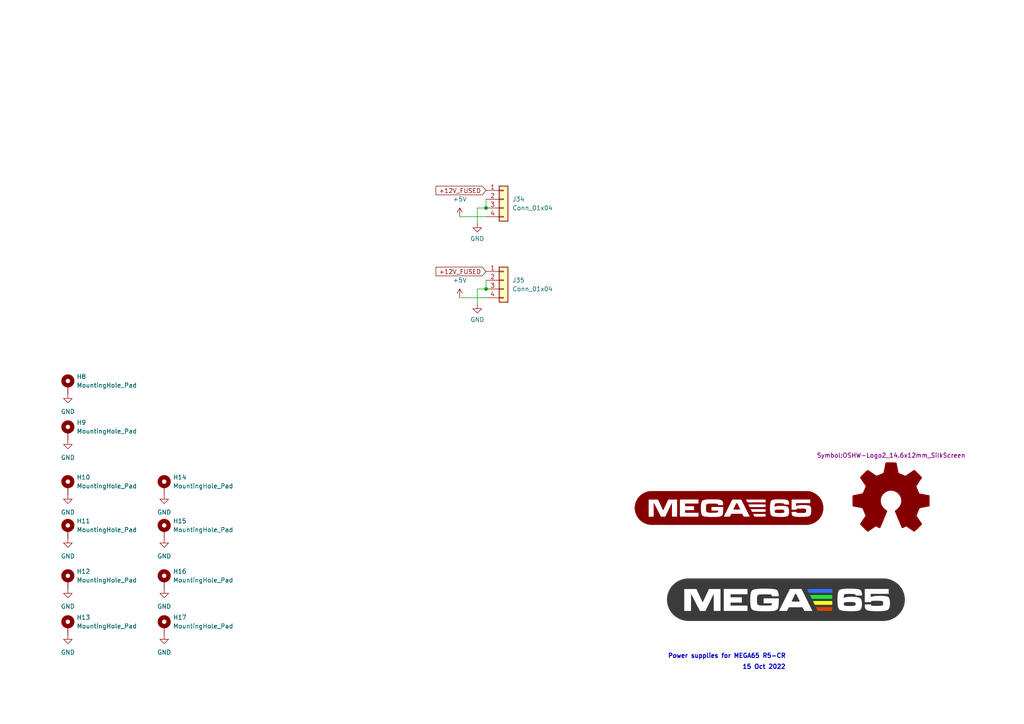
<source format=kicad_sch>
(kicad_sch (version 20211123) (generator eeschema)
  (paper "A4")
  (lib_symbols
    (symbol "00Project-MEGA65-logo:LOGO" (pin_names (offset 1.016))
      (symbol "LOGO_0_0"
        (polyline (pts (xy 3.1608 -0.3775) (xy 3.1596 -0.3748) (xy 3.1466 -0.3469) (xy 3.1228 -0.2964) (xy 3.0892 -0.2255) (xy 3.0471 -0.1368) (xy 2.9974 -0.0324) (xy 2.9414 0.0852) (xy 2.8801 0.2137) (xy 2.8147 0.3507) (xy 2.7463 0.4939) (xy 2.3585 1.3053) (xy 2.1163 1.3053) (xy 1.7342 0.508) (xy 1.7271 0.4932) (xy 1.6592 0.3513) (xy 1.5941 0.2153) (xy 1.5332 0.0879) (xy 1.4776 -0.0287) (xy 1.4283 -0.132) (xy 1.3867 -0.2195) (xy 1.3538 -0.2888) (xy 1.3308 -0.3376) (xy 1.3189 -0.3634) (xy 1.2856 -0.4374) (xy 3.1875 -0.4374) (xy 3.1608 -0.3775)) (stroke (width 0.01)) (fill (type outline)))
        (polyline (pts (xy 14.886 -1.4477) (xy 15.0631 -1.4432) (xy 15.2278 -1.4365) (xy 15.3762 -1.4278) (xy 15.5044 -1.4171) (xy 15.6083 -1.4045) (xy 15.6675 -1.3942) (xy 15.7738 -1.3649) (xy 15.8562 -1.3236) (xy 15.9168 -1.2682) (xy 15.9576 -1.1964) (xy 15.9806 -1.1061) (xy 15.9879 -0.9951) (xy 15.9812 -0.8981) (xy 15.9563 -0.7972) (xy 15.9136 -0.7153) (xy 15.8542 -0.6539) (xy 15.7788 -0.6148) (xy 15.7569 -0.608) (xy 15.7148 -0.597) (xy 15.6669 -0.5876) (xy 15.6102 -0.5795) (xy 15.5413 -0.5725) (xy 15.457 -0.5661) (xy 15.3542 -0.5601) (xy 15.2296 -0.5543) (xy 15.08 -0.5482) (xy 15.077 -0.5481) (xy 14.9128 -0.5424) (xy 14.7673 -0.539) (xy 14.6316 -0.5379) (xy 14.4964 -0.539) (xy 14.3526 -0.5425) (xy 14.191 -0.5482) (xy 14.1379 -0.5503) (xy 13.9841 -0.5572) (xy 13.8549 -0.5643) (xy 13.7478 -0.5722) (xy 13.6599 -0.5813) (xy 13.5887 -0.5922) (xy 13.5314 -0.6052) (xy 13.4853 -0.6208) (xy 13.4478 -0.6395) (xy 13.4161 -0.6618) (xy 13.3876 -0.6882) (xy 13.3749 -0.7017) (xy 13.3338 -0.7582) (xy 13.3068 -0.8228) (xy 13.292 -0.902) (xy 13.2872 -1.0019) (xy 13.2872 -1.0216) (xy 13.2888 -1.0847) (xy 13.2942 -1.1315) (xy 13.3052 -1.1718) (xy 13.3232 -1.2151) (xy 13.3277 -1.2244) (xy 13.3551 -1.2722) (xy 13.3885 -1.312) (xy 13.4306 -1.3445) (xy 13.4843 -1.3707) (xy 13.5523 -1.3915) (xy 13.6374 -1.4078) (xy 13.7424 -1.4204) (xy 13.87 -1.4302) (xy 14.0231 -1.4382) (xy 14.1333 -1.4424) (xy 14.3203 -1.4474) (xy 14.5107 -1.4499) (xy 14.7006 -1.4499) (xy 14.886 -1.4477)) (stroke (width 0.01)) (fill (type outline)))
        (polyline (pts (xy -2.3025 -4.8903) (xy -0.7226 -4.8903) (xy 0.0776 -4.8902) (xy 22.74 -4.8889) (xy 22.9587 -4.8571) (xy 23.056 -4.8423) (xy 23.3583 -4.7869) (xy 23.6425 -4.7192) (xy 23.9152 -4.6378) (xy 24.1827 -4.5408) (xy 24.4498 -4.4266) (xy 24.7812 -4.2588) (xy 25.0967 -4.0687) (xy 25.3955 -3.8574) (xy 25.6765 -3.6259) (xy 25.9388 -3.3751) (xy 26.1813 -3.1062) (xy 26.4033 -2.8201) (xy 26.6036 -2.5178) (xy 26.7813 -2.2004) (xy 26.9354 -1.8688) (xy 27.0651 -1.524) (xy 27.0697 -1.5101) (xy 27.1595 -1.2094) (xy 27.2273 -0.9143) (xy 27.2742 -0.6178) (xy 27.3014 -0.313) (xy 27.3099 0.0071) (xy 27.3059 0.2215) (xy 27.2899 0.4714) (xy 27.2605 0.7126) (xy 27.2166 0.9544) (xy 27.1569 1.2065) (xy 27.1529 1.2218) (xy 27.0457 1.5725) (xy 26.9132 1.9121) (xy 26.7563 2.2392) (xy 26.576 2.5529) (xy 26.3734 2.8519) (xy 26.1493 3.135) (xy 25.9049 3.4011) (xy 25.6412 3.6489) (xy 25.359 3.8774) (xy 25.0594 4.0853) (xy 24.7435 4.2715) (xy 24.4122 4.4347) (xy 24.2899 4.4879) (xy 24.0202 4.5934) (xy 23.7522 4.681) (xy 23.4789 4.7528) (xy 23.1932 4.8107) (xy 22.8882 4.8565) (xy 22.8691 4.8573) (xy 22.822 4.8581) (xy 22.7478 4.859) (xy 22.6471 4.8598) (xy 22.5205 4.8606) (xy 22.3685 4.8613) (xy 22.1917 4.8621) (xy 21.9906 4.8628) (xy 21.766 4.8635) (xy 21.5183 4.8642) (xy 21.248 4.8649) (xy 20.9559 4.8656) (xy 20.6424 4.8662) (xy 20.3082 4.8669) (xy 19.9538 4.8675) (xy 19.5798 4.8681) (xy 19.1868 4.8686) (xy 18.7753 4.8692) (xy 18.3459 4.8697) (xy 17.8992 4.8703) (xy 17.4358 4.8708) (xy 16.9563 4.8713) (xy 16.4612 4.8717) (xy 15.9511 4.8722) (xy 15.4265 4.8726) (xy 14.8881 4.873) (xy 14.3365 4.8734) (xy 13.7722 4.8738) (xy 13.1957 4.8742) (xy 12.6077 4.8745) (xy 12.0088 4.8748) (xy 11.3994 4.8751) (xy 10.7803 4.8754) (xy 10.1519 4.8757) (xy 9.5148 4.876) (xy 8.8697 4.8762) (xy 8.2171 4.8764) (xy 7.5575 4.8766) (xy 6.8916 4.8768) (xy 6.2199 4.877) (xy 5.543 4.8771) (xy 4.8615 4.8772) (xy 4.1759 4.8774) (xy 3.4869 4.8775) (xy 2.795 4.8775) (xy 2.1007 4.8776) (xy 1.4047 4.8776) (xy 0.7076 4.8777) (xy -0.6879 4.8777) (xy -1.3851 4.8776) (xy -2.0812 4.8776) (xy -2.7755 4.8775) (xy -3.4676 4.8774) (xy -4.1568 4.8773) (xy -4.8425 4.8772) (xy -5.5242 4.8771) (xy -6.2013 4.8769) (xy -6.8733 4.8768) (xy -7.5395 4.8766) (xy -8.1994 4.8764) (xy -8.8524 4.8761) (xy -9.4979 4.8759) (xy -10.1353 4.8756) (xy -10.7641 4.8754) (xy -11.3838 4.8751) (xy -11.9936 4.8748) (xy -12.5931 4.8744) (xy -13.1816 4.8741) (xy -13.7586 4.8737) (xy -14.3236 4.8733) (xy -14.8759 4.8729) (xy -15.4149 4.8725) (xy -15.9401 4.8721) (xy -16.4509 4.8716) (xy -16.9468 4.8712) (xy -17.4271 4.8707) (xy -17.8913 4.8702) (xy -18.3388 4.8696) (xy -18.769 4.8691) (xy -19.1814 4.8685) (xy -19.5754 4.868) (xy -19.9503 4.8674) (xy -20.3057 4.8668) (xy -20.6409 4.8661) (xy -20.9554 4.8655) (xy -21.2485 4.8648) (xy -21.5198 4.8641) (xy -21.7687 4.8634) (xy -21.9945 4.8627) (xy -22.1966 4.862) (xy -22.3746 4.8612) (xy -22.5279 4.8604) (xy -22.6558 4.8597) (xy -22.7577 4.8589) (xy -22.8332 4.858) (xy -22.8816 4.8572) (xy -22.9024 4.8563) (xy -23.2705 4.7967) (xy -23.6436 4.7101) (xy -24.0048 4.5991) (xy -24.353 4.4641) (xy -24.6875 4.3058) (xy -25.0073 4.1245) (xy -25.3115 3.9209) (xy -25.5992 3.6954) (xy -25.8695 3.4485) (xy -26.1216 3.1808) (xy -26.3544 2.8928) (xy -26.4489 2.7619) (xy -26.6365 2.4694) (xy -14.2805 2.4694) (xy -8.8336 2.4694) (xy -8.8336 1.2418) (xy -12.7141 1.2418) (xy -12.7141 0.5503) (xy -10.1318 0.5503) (xy -10.1318 -0.0413) (xy -8.2035 -0.0413) (xy -8.203 0.1127) (xy -8.2016 0.2614) (xy -8.1992 0.4004) (xy -8.1959 0.525) (xy -8.1917 0.6306) (xy -8.1866 0.7126) (xy -8.1828 0.7579) (xy -8.1584 1.005) (xy -8.1292 1.2258) (xy -8.0948 1.4217) (xy -8.0548 1.594) (xy -8.0087 1.744) (xy -7.9559 1.8732) (xy -7.8961 1.9829) (xy -7.8288 2.0744) (xy -7.7535 2.1492) (xy -7.6697 2.2086) (xy -7.6533 2.218) (xy -7.5397 2.2712) (xy -7.3988 2.3198) (xy -7.231 2.3637) (xy -7.0368 2.403) (xy -6.8165 2.4374) (xy -6.5707 2.4669) (xy -6.2998 2.4915) (xy -6.0043 2.511) (xy -5.8058 2.5203) (xy -5.5652 2.5283) (xy -5.3102 2.5335) (xy -5.045 2.536) (xy -4.774 2.536) (xy -4.5013 2.5334) (xy -4.2312 2.5284) (xy -3.9681 2.521) (xy -3.716 2.5112) (xy -3.4794 2.4992) (xy -3.2623 2.485) (xy -3.0692 2.4686) (xy -3.0656 2.4682) (xy -2.9511 2.4553) (xy 4.84 2.4553) (xy 10.6397 2.4553) (xy 10.6397 1.5804) (xy 5.2776 1.5804) (xy 5.0588 2.0179) (xy 4.84 2.4553) (xy -2.9511 2.4553) (xy -2.8801 2.4473) (xy -2.7077 2.4222) (xy -2.5515 2.3937) (xy -2.4144 2.3622) (xy -2.2995 2.3285) (xy -2.2098 2.2931) (xy -2.1624 2.2684) (xy -2.0637 2.2001) (xy -1.9764 2.1134) (xy -1.8999 2.0073) (xy -1.8339 1.8805) (xy -1.7778 1.732) (xy -1.7313 1.5608) (xy -1.6939 1.3657) (xy -1.6652 1.1457) (xy -1.6446 0.8996) (xy -1.6368 0.7761) (xy -3.2013 0.7761) (xy -3.2177 0.8573) (xy -3.219 0.8635) (xy -3.2513 0.9711) (xy -3.2976 1.0563) (xy -3.3571 1.118) (xy -3.429 1.1552) (xy -3.464 1.1643) (xy -3.51 1.1729) (xy -3.5683 1.1805) (xy -3.6411 1.1873) (xy -3.7307 1.1936) (xy -3.8393 1.1995) (xy -3.9694 1.2051) (xy -4.1231 1.2106) (xy -4.3027 1.2161) (xy -4.4725 1.2207) (xy -4.6372 1.2241) (xy -4.7861 1.2258) (xy -4.9258 1.2259) (xy -5.0626 1.2243) (xy -5.2032 1.2211) (xy -5.354 1.2162) (xy -5.4814 1.2111) (xy -5.6761 1.2012) (xy -5.8452 1.1895) (xy -5.9906 1.1756) (xy -6.1139 1.1594) (xy -6.2169 1.1407) (xy -6.3013 1.1191) (xy -6.3686 1.0946) (xy -6.4208 1.0667) (xy -6.4695 1.0208) (xy -6.5156 0.9459) (xy -6.5558 0.8445) (xy -6.5901 0.7171) (xy -6.6181 0.5644) (xy -6.6219 0.5335) (xy -6.6281 0.4593) (xy -6.6334 0.3648) (xy -6.6376 0.255) (xy -6.6408 0.135) (xy -6.6428 0.0096) (xy -6.6437 -0.1159) (xy -6.6432 -0.2366) (xy -6.6414 -0.3475) (xy -6.6382 -0.4434) (xy -6.6335 -0.5195) (xy -6.6187 -0.6607) (xy -6.5951 -0.8119) (xy -6.5659 -0.9405) (xy -6.5312 -1.0452) (xy -6.4915 -1.1247) (xy -6.4471 -1.1776) (xy -6.416 -1.199) (xy -6.3413 -1.2322) (xy -6.2391 -1.2617) (xy -6.1099 -1.2871) (xy -5.9539 -1.3086) (xy -5.7715 -1.3259) (xy -5.6893 -1.3314) (xy -5.5619 -1.3376) (xy -5.4164 -1.3425) (xy -5.2562 -1.3461) (xy -5.0849 -1.3485) (xy -4.9062 -1.3497) (xy -4.7235 -1.3498) (xy -4.5404 -1.3487) (xy -4.3606 -1.3465) (xy -4.1875 -1.3432) (xy -4.0248 -1.3388) (xy -3.8761 -1.3334) (xy -3.7448 -1.3269) (xy -3.6346 -1.3194) (xy -3.549 -1.311) (xy -3.5237 -1.3076) (xy -3.433 -1.2903) (xy -3.3645 -1.2655) (xy -3.3134 -1.2302) (xy -3.275 -1.1814) (xy -3.2445 -1.116) (xy -3.2301 -1.0688) (xy -3.2156 -1.0007) (xy -3.207 -0.9349) (xy -3.1992 -0.8326) (xy -5.1224 -0.8326) (xy -5.1224 0.3104) (xy -1.6369 0.3104) (xy -1.6372 0.1094) (xy -1.6376 0.0455) (xy -1.6391 -0.0643) (xy -1.6417 -0.19) (xy -1.6451 -0.3266) (xy -1.6492 -0.4693) (xy -1.6538 -0.6131) (xy -1.6588 -0.7532) (xy -1.664 -0.8847) (xy -1.6693 -1.0026) (xy -1.6744 -1.1021) (xy -1.6793 -1.1783) (xy -1.682 -1.2135) (xy -1.6986 -1.3958) (xy -1.7182 -1.5537) (xy -1.742 -1.6904) (xy -1.771 -1.8092) (xy -1.8063 -1.9131) (xy -1.8489 -2.0055) (xy -1.8999 -2.0895) (xy -1.9603 -2.1683) (xy -2.0312 -2.2451) (xy -2.0728 -2.2862) (xy -2.1247 -2.333) (xy -2.1737 -2.3696) (xy -2.2291 -2.4027) (xy -2.3001 -2.439) (xy -2.3528 -2.4635) (xy -2.4256 -2.4934) (xy -2.5025 -2.5197) (xy -2.5857 -2.5429) (xy -2.6774 -2.5631) (xy -2.7154 -2.5696) (xy -1.5922 -2.5696) (xy -1.5913 -2.5676) (xy -1.5805 -2.5453) (xy -1.5579 -2.4994) (xy -1.5241 -2.4311) (xy -1.4799 -2.3415) (xy -1.4257 -2.2319) (xy -1.3622 -2.1035) (xy -1.29 -1.9574) (xy -1.2096 -1.795) (xy -1.1217 -1.6174) (xy -1.0269 -1.4259) (xy -0.9257 -1.2216) (xy -0.8188 -1.0057) (xy -0.7067 -0.7795) (xy -0.5901 -0.5441) (xy -0.4696 -0.3009) (xy -0.3458 -0.0509) (xy 0.896 2.4549) (xy 3.5771 2.4549) (xy 4.2649 1.067) (xy 5.5315 1.067) (xy 5.5371 1.0674) (xy 5.5681 1.068) (xy 5.625 1.0685) (xy 5.7064 1.069) (xy 5.811 1.0695) (xy 5.9373 1.07) (xy 6.0839 1.0704) (xy 6.2494 1.0708) (xy 6.4324 1.0712) (xy 6.6315 1.0715) (xy 6.8453 1.0718) (xy 7.0724 1.072) (xy 7.3114 1.0722) (xy 7.5608 1.0723) (xy 7.8194 1.0724) (xy 10.6397 1.0724) (xy 10.6397 0.1976) (xy 5.9532 0.1976) (xy 5.7424 0.6296) (xy 5.7036 0.7092) (xy 5.6569 0.8052) (xy 5.6156 0.8905) (xy 5.5809 0.9623) (xy 5.5544 1.0177) (xy 5.5375 1.0535) (xy 5.5315 1.067) (xy 4.2649 1.067) (xy 4.756 0.0761) (xy 11.8297 0.0761) (xy 11.8338 0.3251) (xy 11.8427 0.5688) (xy 11.8561 0.8033) (xy 11.8743 1.0245) (xy 11.8971 1.2284) (xy 11.9246 1.4111) (xy 11.9393 1.4899) (xy 11.9815 1.6752) (xy 12.0304 1.8359) (xy 12.0855 1.9712) (xy 12.1466 2.0804) (xy 12.2134 2.1627) (xy 12.267 2.2083) (xy 12.3568 2.2644) (xy 12.468 2.315) (xy 12.6017 2.3602) (xy 12.7587 2.4003) (xy 12.9399 2.4355) (xy 13.1463 2.4661) (xy 13.3788 2.4923) (xy 13.6384 2.5142) (xy 13.653 2.5152) (xy 13.7374 2.5195) (xy 13.8453 2.5231) (xy 13.973 2.526) (xy 14.1167 2.5282) (xy 14.2725 2.5298) (xy 14.4367 2.5307) (xy 14.6053 2.5309) (xy 14.7747 2.5305) (xy 14.9411 2.5294) (xy 15.1004 2.5276) (xy 15.2491 2.5251) (xy 15.3833 2.522) (xy 15.4991 2.5182) (xy 15.5927 2.5138) (xy 15.8522 2.4963) (xy 16.0972 2.475) (xy 16.3159 2.4503) (xy 16.5092 2.422) (xy 16.6779 2.3899) (xy 16.8229 2.3539) (xy 16.9451 2.3137) (xy 17.0455 2.2692) (xy 17.1248 2.2201) (xy 17.1841 2.1664) (xy 17.2018 2.1453) (xy 17.2714 2.0411) (xy 17.3295 1.915) (xy 17.3762 1.7662) (xy 17.4119 1.5938) (xy 17.4367 1.397) (xy 17.451 1.1748) (xy 17.4597 0.9454) (xy 16.002 0.9454) (xy 16.0017 0.9913) (xy 16.0001 1.0113) (xy 15.9834 1.0726) (xy 15.9531 1.1337) (xy 15.9155 1.1811) (xy 15.9015 1.1929) (xy 15.8608 1.219) (xy 15.8088 1.2418) (xy 15.7439 1.2614) (xy 15.6643 1.278) (xy 15.5684 1.2918) (xy 15.4546 1.303) (xy 15.321 1.3118) (xy 15.166 1.3183) (xy 14.9879 1.3227) (xy 14.785 1.3253) (xy 14.5556 1.3261) (xy 14.4721 1.326) (xy 14.2663 1.324) (xy 14.0866 1.3196) (xy 13.9317 1.3127) (xy 13.8002 1.3031) (xy 13.6906 1.2908) (xy 13.6015 1.2756) (xy 13.5314 1.2575) (xy 13.4791 1.2361) (xy 13.4702 1.2313) (xy 13.4219 1.1947) (xy 13.3819 1.1439) (xy 13.3495 1.0764) (xy 13.3241 0.9901) (xy 13.305 0.8827) (xy 13.2915 0.7519) (xy 13.2828 0.5955) (xy 13.274 0.3654) (xy 13.3574 0.4149) (xy 13.4147 0.4455) (xy 13.5361 0.4954) (xy 13.6819 0.5399) (xy 13.8501 0.5784) (xy 14.0386 0.6104) (xy 14.2451 0.6353) (xy 14.2634 0.637) (xy 14.3443 0.6425) (xy 14.4477 0.6473) (xy 14.5692 0.6515) (xy 14.7045 0.6549) (xy 14.8489 0.6575) (xy 14.9982 0.6593) (xy 15.1479 0.6603) (xy 15.2937 0.6603) (xy 15.4309 0.6593) (xy 15.5554 0.6574) (xy 15.6625 0.6544) (xy 15.748 0.6503) (xy 15.8317 0.6446) (xy 16.0704 0.6234) (xy 16.2837 0.5963) (xy 16.4733 0.5631) (xy 16.6408 0.5235) (xy 16.7881 0.4771) (xy 16.8939 0.4324) (xy 17.0122 0.3626) (xy 17.115 0.2766) (xy 17.203 0.173) (xy 17.2767 0.0507) (xy 17.3367 -0.0916) (xy 17.3836 -0.2551) (xy 17.418 -0.4411) (xy 17.4405 -0.6507) (xy 17.4517 -0.8852) (xy 17.4534 -0.9988) (xy 17.4518 -1.0866) (xy 18.1006 -1.0866) (xy 19.5151 -1.0866) (xy 19.5234 -1.1254) (xy 19.5442 -1.2004) (xy 19.5824 -1.2786) (xy 19.6337 -1.3335) (xy 19.6991 -1.3668) (xy 19.7194 -1.3726) (xy 19.7621 -1.3819) (xy 19.815 -1.3899) (xy 19.8802 -1.3968) (xy 19.9601 -1.4026) (xy 20.057 -1.4075) (xy 20.173 -1.4117) (xy 20.3104 -1.4152) (xy 20.4715 -1.4181) (xy 20.6586 -1.4207) (xy 20.8543 -1.4225) (xy 21.0461 -1.4231) (xy 21.2175 -1.4225) (xy 21.3666 -1.4205) (xy 21.4914 -1.4172) (xy 21.59 -1.4127) (xy 21.7035 -1.4052) (xy 21.834 -1.3944) (xy 21.9412 -1.3816) (xy 22.0281 -1.3659) (xy 22.0975 -1.3462) (xy 22.1523 -1.3212) (xy 22.1954 -1.29) (xy 22.2296 -1.2514) (xy 22.2578 -1.2043) (xy 22.2829 -1.1477) (xy 22.285 -1.1424) (xy 22.2968 -1.1092) (xy 22.3052 -1.0762) (xy 22.3107 -1.0377) (xy 22.3139 -0.9881) (xy 22.3156 -0.9216) (xy 22.3161 -0.8326) (xy 22.316 -0.7902) (xy 22.3133 -0.68) (xy 22.3061 -0.5921) (xy 22.2935 -0.5224) (xy 22.2744 -0.4666) (xy 22.2479 -0.4206) (xy 22.2131 -0.38) (xy 22.1973 -0.3656) (xy 22.1702 -0.3466) (xy 22.1368 -0.3301) (xy 22.0954 -0.3158) (xy 22.0442 -0.3036) (xy 21.9811 -0.2933) (xy 21.9046 -0.2849) (xy 21.8126 -0.278) (xy 21.7034 -0.2727) (xy 21.5752 -0.2686) (xy 21.426 -0.2658) (xy 21.2542 -0.2639) (xy 21.0578 -0.2629) (xy 20.835 -0.2626) (xy 20.6648 -0.2627) (xy 20.4711 -0.2633) (xy 20.3023 -0.2646) (xy 20.1565 -0.2668) (xy 20.032 -0.2701) (xy 19.9268 -0.2748) (xy 19.8391 -0.281) (xy 19.7671 -0.2891) (xy 19.7089 -0.2991) (xy 19.6626 -0.3113) (xy 19.6264 -0.3259) (xy 19.5984 -0.3433) (xy 19.5768 -0.3634) (xy 19.5597 -0.3867) (xy 19.5453 -0.4132) (xy 19.5382 -0.4295) (xy 19.5221 -0.4811) (xy 19.5156 -0.5266) (xy 19.5156 -0.5786) (xy 18.1045 -0.5786) (xy 18.1045 2.4694) (xy 20.8563 2.4695) (xy 23.6082 2.4695) (xy 23.6008 1.3335) (xy 21.537 1.3299) (xy 19.4733 1.3264) (xy 19.4733 0.9509) (xy 19.4735 0.8574) (xy 19.4742 0.7609) (xy 19.4756 0.688) (xy 19.4779 0.6364) (xy 19.4811 0.6034) (xy 19.4854 0.5865) (xy 19.4909 0.5832) (xy 19.4962 0.5855) (xy 19.5247 0.598) (xy 19.5691 0.6176) (xy 19.6225 0.641) (xy 19.643 0.6499) (xy 19.7748 0.6983) (xy 19.9279 0.7414) (xy 20.104 0.7796) (xy 20.3047 0.8132) (xy 20.5316 0.8426) (xy 20.5738 0.8471) (xy 20.6306 0.8522) (xy 20.6914 0.8565) (xy 20.7592 0.8599) (xy 20.8372 0.8625) (xy 20.9283 0.8645) (xy 21.0355 0.866) (xy 21.1619 0.8669) (xy 21.3104 0.8674) (xy 21.4841 0.8675) (xy 21.4917 0.8675) (xy 21.6964 0.8672) (xy 21.8762 0.866) (xy 22.0347 0.8638) (xy 22.1751 0.8606) (xy 22.3008 0.8561) (xy 22.415 0.8502) (xy 22.5212 0.8428) (xy 22.6226 0.8338) (xy 22.7227 0.8229) (xy 22.8247 0.8101) (xy 22.9632 0.7896) (xy 23.1246 0.7589) (xy 23.2593 0.7242) (xy 23.3683 0.6854) (xy 23.4522 0.6422) (xy 23.4705 0.6299) (xy 23.5577 0.5532) (xy 23.6366 0.4521) (xy 23.7054 0.3295) (xy 23.7622 0.1882) (xy 23.7855 0.1116) (xy 23.8228 -0.051) (xy 23.8515 -0.2328) (xy 23.8716 -0.4288) (xy 23.883 -0.6341) (xy 23.8858 -0.8435) (xy 23.8799 -1.0521) (xy 23.8654 -1.2549) (xy 23.8421 -1.4469) (xy 23.81 -1.623) (xy 23.7693 -1.7783) (xy 23.7538 -1.8248) (xy 23.6911 -1.9759) (xy 23.616 -2.1086) (xy 23.5303 -2.2199) (xy 23.436 -2.3068) (xy 23.3675 -2.3522) (xy 23.2724 -2.4004) (xy 23.1596 -2.444) (xy 23.0275 -2.4832) (xy 22.8748 -2.5184) (xy 22.7 -2.5499) (xy 22.5014 -2.578) (xy 22.2777 -2.6031) (xy 22.0274 -2.6256) (xy 22.0185 -2.6262) (xy 21.9653 -2.6289) (xy 21.8883 -2.6315) (xy 21.7906 -2.634) (xy 21.6759 -2.6365) (xy 21.5475 -2.6388) (xy 21.4089 -2.6409) (xy 21.2635 -2.6428) (xy 21.1147 -2.6444) (xy 20.9659 -2.6458) (xy 20.8207 -2.6468) (xy 20.6823 -2.6475) (xy 20.5543 -2.6478) (xy 20.44 -2.6477) (xy 20.3429 -2.647) (xy 20.2665 -2.6459) (xy 20.2141 -2.6443) (xy 20.0747 -2.6371) (xy 19.8176 -2.6214) (xy 19.5863 -2.6035) (xy 19.3792 -2.583) (xy 19.1946 -2.5595) (xy 19.0311 -2.5325) (xy 18.887 -2.5017) (xy 18.7606 -2.4666) (xy 18.6505 -2.4269) (xy 18.555 -2.382) (xy 18.4724 -2.3317) (xy 18.4013 -2.2754) (xy 18.34 -2.2128) (xy 18.287 -2.1434) (xy 18.2656 -2.1109) (xy 18.2212 -2.0346) (xy 18.1859 -1.957) (xy 18.1587 -1.8737) (xy 18.1384 -1.7801) (xy 18.124 -1.6719) (xy 18.1144 -1.5445) (xy 18.1086 -1.3935) (xy 18.1006 -1.0866) (xy 17.4518 -1.0866) (xy 17.449 -1.2413) (xy 17.433 -1.4599) (xy 17.4052 -1.6558) (xy 17.3653 -1.8305) (xy 17.3129 -1.9852) (xy 17.2479 -2.1213) (xy 17.1698 -2.2403) (xy 17.1071 -2.3089) (xy 17.0221 -2.375) (xy 16.9177 -2.4332) (xy 16.7928 -2.484) (xy 16.6462 -2.5277) (xy 16.4766 -2.5646) (xy 16.283 -2.5951) (xy 16.064 -2.6196) (xy 15.8185 -2.6383) (xy 15.7964 -2.6395) (xy 15.7266 -2.642) (xy 15.6343 -2.6442) (xy 15.5236 -2.6461) (xy 15.3985 -2.6476) (xy 15.263 -2.6488) (xy 15.1211 -2.6496) (xy 14.9769 -2.65) (xy 14.8343 -2.65) (xy 14.6974 -2.6495) (xy 14.5703 -2.6487) (xy 14.4569 -2.6474) (xy 14.3613 -2.6456) (xy 14.2875 -2.6434) (xy 14.0573 -2.6329) (xy 13.7615 -2.6149) (xy 13.4928 -2.5928) (xy 13.2507 -2.5665) (xy 13.0349 -2.5361) (xy 12.8446 -2.5013) (xy 12.6796 -2.4622) (xy 12.5394 -2.4187) (xy 12.4233 -2.3707) (xy 12.3851 -2.3508) (xy 12.2941 -2.2894) (xy 12.2141 -2.2124) (xy 12.1439 -2.1176) (xy 12.0822 -2.003) (xy 12.028 -1.8667) (xy 11.9801 -1.7064) (xy 11.9372 -1.5203) (xy 11.9289 -1.4776) (xy 11.9011 -1.3039) (xy 11.8778 -1.1075) (xy 11.859 -0.8923) (xy 11.8448 -0.6623) (xy 11.8352 -0.4216) (xy 11.8301 -0.1741) (xy 11.8297 0.0761) (xy 4.756 0.0761) (xy 4.8189 -0.0509) (xy 4.8624 -0.1387) (xy 4.95 -0.3153) (xy 6.2089 -0.3153) (xy 6.2132 -0.315) (xy 6.2422 -0.3145) (xy 6.297 -0.314) (xy 6.3762 -0.3135) (xy 6.4783 -0.313) (xy 6.6017 -0.3126) (xy 6.7449 -0.3121) (xy 6.9065 -0.3118) (xy 7.0849 -0.3114) (xy 7.2787 -0.3111) (xy 7.4862 -0.3109) (xy 7.706 -0.3107) (xy 7.9367 -0.3106) (xy 8.1766 -0.3105) (xy 8.4243 -0.3104) (xy 10.6397 -0.3104) (xy 10.6397 -1.1853) (xy 6.6333 -1.1853) (xy 6.4211 -0.7528) (xy 6.3816 -0.6723) (xy 6.3348 -0.5765) (xy 6.2933 -0.4913) (xy 6.2585 -0.4196) (xy 6.2319 -0.3644) (xy 6.2148 -0.3287) (xy 6.2089 -0.3153) (xy 4.95 -0.3153) (xy 4.9852 -0.3864) (xy 5.1044 -0.6271) (xy 5.2194 -0.8594) (xy 5.3298 -1.0821) (xy 5.4347 -1.2941) (xy 5.5338 -1.4941) (xy 5.6263 -1.6809) (xy 5.6394 -1.7074) (xy 6.901 -1.7074) (xy 10.6397 -1.7074) (xy 10.6397 -2.5823) (xy 7.3307 -2.5805) (xy 7.1159 -2.144) (xy 6.901 -1.7074) (xy 5.6394 -1.7074) (xy 5.7116 -1.8534) (xy 5.7892 -2.0102) (xy 5.8585 -2.1502) (xy 5.9188 -2.2723) (xy 5.9696 -2.375) (xy 6.0103 -2.4573) (xy 6.0402 -2.518) (xy 6.0587 -2.5558) (xy 6.0654 -2.5696) (xy 6.0547 -2.5718) (xy 6.0175 -2.5741) (xy 5.9555 -2.5761) (xy 5.8704 -2.5779) (xy 5.7639 -2.5794) (xy 5.6379 -2.5807) (xy 5.494 -2.5816) (xy 5.334 -2.5821) (xy 5.1597 -2.5823) (xy 4.2494 -2.5823) (xy 4.012 -2.1662) (xy 3.7747 -1.7501) (xy 0.6985 -1.7501) (xy 0.2237 -2.5823) (xy -0.6866 -2.5823) (xy -0.8465 -2.5822) (xy -1.0078 -2.5816) (xy -1.1531 -2.5808) (xy -1.2807 -2.5795) (xy -1.3889 -2.578) (xy -1.476 -2.5763) (xy -1.54 -2.5742) (xy -1.5794 -2.572) (xy -1.5922 -2.5696) (xy -2.7154 -2.5696) (xy -2.7797 -2.5806) (xy -2.895 -2.5958) (xy -3.0253 -2.6089) (xy -3.1728 -2.6202) (xy -3.3398 -2.6299) (xy -3.5284 -2.6384) (xy -3.7409 -2.6459) (xy -3.9794 -2.6527) (xy -4.1995 -2.6576) (xy -4.4892 -2.6619) (xy -4.7762 -2.6637) (xy -5.0566 -2.6631) (xy -5.327 -2.6602) (xy -5.5838 -2.6548) (xy -5.8232 -2.6472) (xy -6.0418 -2.6373) (xy -6.2358 -2.6253) (xy -6.2749 -2.6224) (xy -6.5448 -2.5987) (xy -6.7877 -2.5707) (xy -7.0043 -2.5381) (xy -7.1955 -2.5008) (xy -7.362 -2.4586) (xy -7.5047 -2.4112) (xy -7.6243 -2.3585) (xy -7.7216 -2.3002) (xy -7.7974 -2.2362) (xy -7.8039 -2.2295) (xy -7.8754 -2.1389) (xy -7.9397 -2.0258) (xy -7.9971 -1.8894) (xy -8.0477 -1.7289) (xy -8.0917 -1.5437) (xy -8.1293 -1.3331) (xy -8.1608 -1.0963) (xy -8.1862 -0.8326) (xy -8.1875 -0.8157) (xy -8.1925 -0.7274) (xy -8.1965 -0.6167) (xy -8.1996 -0.4881) (xy -8.2018 -0.3463) (xy -8.2031 -0.1958) (xy -8.2035 -0.0413) (xy -10.1318 -0.0413) (xy -10.1318 -0.6773) (xy -12.7141 -0.6773) (xy -12.7141 -1.3547) (xy -8.8336 -1.3547) (xy -8.8336 -2.5823) (xy -14.2805 -2.5823) (xy -14.2805 2.4694) (xy -26.6365 2.4694) (xy -26.6454 2.4556) (xy -26.6456 2.4553) (xy -23.3539 2.4553) (xy -20.5656 2.4553) (xy -19.9954 1.2383) (xy -19.9099 1.0557) (xy -19.8248 0.8741) (xy -19.7415 0.6963) (xy -19.661 0.5245) (xy -19.5846 0.3613) (xy -19.5132 0.209) (xy -19.4481 0.0702) (xy -19.3905 -0.0528) (xy -19.3414 -0.1576) (xy -19.302 -0.2417) (xy -19.2734 -0.3026) (xy -19.1215 -0.6264) (xy -19.0593 -0.4931) (xy -19.0417 -0.4556) (xy -19.013 -0.3943) (xy -18.9751 -0.3137) (xy -18.9296 -0.2169) (xy -18.8781 -0.1072) (xy -18.8219 0.0124) (xy -18.7625 0.1385) (xy -18.7016 0.2681) (xy -18.6881 0.2968) (xy -18.6209 0.4397) (xy -18.5448 0.6016) (xy -18.4623 0.7773) (xy -18.3759 0.9614) (xy -18.2881 1.1486) (xy -18.2013 1.3336) (xy -18.1181 1.5111) (xy -18.041 1.6757) (xy -17.6758 2.4553) (xy -15.0284 2.4553) (xy -15.0284 -2.5964) (xy -16.5805 -2.5964) (xy -16.5841 -0.6244) (xy -16.5876 1.3476) (xy -16.7076 1.101) (xy -16.7126 1.0907) (xy -16.7369 1.0404) (xy -16.7724 0.967) (xy -16.8181 0.8721) (xy -16.8732 0.7575) (xy -16.9369 0.6251) (xy -17.0083 0.4766) (xy -17.0866 0.3136) (xy -17.171 0.1381) (xy -17.2605 -0.0483) (xy -17.3544 -0.2438) (xy -17.4518 -0.4467) (xy -17.5518 -0.6552) (xy -17.6537 -0.8675) (xy -18.4799 -2.5894) (xy -19.7613 -2.5894) (xy -20.599 -0.9666) (xy -20.6948 -0.7809) (xy -20.8008 -0.5754) (xy -20.9049 -0.3737) (xy -21.0059 -0.1777) (xy -21.1029 0.0106) (xy -21.1949 0.1893) (xy -21.2809 0.3564) (xy -21.36 0.5101) (xy -21.431 0.6484) (xy -21.4931 0.7694) (xy -21.5453 0.8711) (xy -21.5865 0.9516) (xy -21.6157 1.0089) (xy -21.7946 1.3617) (xy -21.7982 -0.6174) (xy -21.8018 -2.5964) (xy -23.3539 -2.5964) (xy -23.3539 2.4553) (xy -26.6456 2.4553) (xy -26.8186 2.1353) (xy -26.9676 1.8031) (xy -27.0916 1.4611) (xy -27.1899 1.1114) (xy -27.2617 0.7562) (xy -27.306 0.3975) (xy -27.3109 0.3267) (xy -27.3162 0.191) (xy -27.3178 0.0414) (xy -27.3159 -0.1151) (xy -27.3107 -0.2716) (xy -27.3024 -0.4209) (xy -27.2912 -0.5561) (xy -27.2772 -0.6703) (xy -27.2343 -0.9156) (xy -27.1478 -1.2809) (xy -27.0358 -1.634) (xy -26.8983 -1.9751) (xy -26.7352 -2.3043) (xy -26.5465 -2.6219) (xy -26.332 -2.9281) (xy -26.1649 -3.1364) (xy -25.9192 -3.4045) (xy -25.6543 -3.6532) (xy -25.3717 -3.8817) (xy -25.0731 -4.0892) (xy -24.7598 -4.2749) (xy -24.4333 -4.438) (xy -24.0951 -4.5777) (xy -23.7467 -4.6932) (xy -23.3897 -4.7838) (xy -23.0254 -4.8486) (xy -22.6554 -4.8868) (xy -22.6499 -4.8869) (xy -22.6181 -4.8871) (xy -22.5588 -4.8872) (xy -22.4726 -4.8874) (xy -22.3598 -4.8876) (xy -22.2209 -4.8877) (xy -22.0564 -4.8879) (xy -21.8668 -4.888) (xy -21.6525 -4.8881) (xy -21.4141 -4.8883) (xy -21.152 -4.8884) (xy -20.8666 -4.8885) (xy -20.5585 -4.8887) (xy -20.2281 -4.8888) (xy -19.8759 -4.8889) (xy -19.5023 -4.889) (xy -19.1079 -4.8891) (xy -18.6931 -4.8892) (xy -18.2584 -4.8893) (xy -17.8043 -4.8894) (xy -17.3311 -4.8895) (xy -16.8395 -4.8896) (xy -16.3299 -4.8897) (xy -15.8027 -4.8898) (xy -15.2584 -4.8899) (xy -14.6975 -4.8899) (xy -14.1205 -4.89) (xy -13.5279 -4.8901) (xy -12.92 -4.8901) (xy -12.2975 -4.8902) (xy -11.6607 -4.8902) (xy -11.0102 -4.8903) (xy -8.9807 -4.8903) (xy -8.2798 -4.8904) (xy -3.0812 -4.8904) (xy -2.3025 -4.8903)) (stroke (width 0.01)) (fill (type outline)))
      )
    )
    (symbol "Connector_Generic:Conn_01x04" (pin_names (offset 1.016) hide)
      (property "Reference" "J" (at 0 5.08 0))
      (property "Value" "Conn_01x04" (at 0 -7.62 0))
      (symbol "Conn_01x04_1_1"
        (rectangle (start -1.27 -4.953) (end 0 -5.207) (stroke (width 0.1524)))
        (rectangle (start -1.27 -2.413) (end 0 -2.667) (stroke (width 0.1524)))
        (rectangle (start -1.27 0.127) (end 0 -0.127) (stroke (width 0.1524)))
        (rectangle (start -1.27 2.667) (end 0 2.413) (stroke (width 0.1524)))
        (rectangle (start -1.27 3.81) (end 1.27 -6.35) (stroke (width 0.254)) (fill (type background)))
        (pin passive line (at -5.08 2.54 0) (length 3.81) (name "Pin_1") (number "1"))
        (pin passive line (at -5.08 0 0) (length 3.81) (name "Pin_2") (number "2"))
        (pin passive line (at -5.08 -2.54 0) (length 3.81) (name "Pin_3") (number "3"))
        (pin passive line (at -5.08 -5.08 0) (length 3.81) (name "Pin_4") (number "4"))
      )
    )
    (symbol "Graphic:Logo_Open_Hardware_Large" (pin_names (offset 1.016))
      (symbol "Logo_Open_Hardware_Large_1_1"
        (polyline (pts (xy 6.731 -8.7122) (xy 6.6294 -8.6614) (xy 6.35 -8.4836) (xy 5.9944 -8.255) (xy 5.5372 -7.9502) (xy 5.1054 -7.6454) (xy 4.7498 -7.4168) (xy 4.4958 -7.239) (xy 4.3942 -7.1882) (xy 4.318 -7.2136) (xy 4.1148 -7.3152) (xy 3.81 -7.4676) (xy 3.6322 -7.5692) (xy 3.3528 -7.6708) (xy 3.2258 -7.6962) (xy 3.2004 -7.6708) (xy 3.0988 -7.4676) (xy 2.9464 -7.0866) (xy 2.7178 -6.604) (xy 2.4892 -6.0452) (xy 2.2352 -5.4356) (xy 1.9558 -4.826) (xy 1.7272 -4.2164) (xy 1.4986 -3.683) (xy 1.3208 -3.2512) (xy 1.2192 -2.9464) (xy 1.1684 -2.8194) (xy 1.1938 -2.794) (xy 1.3208 -2.667) (xy 1.5748 -2.4892) (xy 2.0828 -2.0574) (xy 2.6162 -1.397) (xy 2.921 -0.6604) (xy 3.048 0.1524) (xy 2.9464 0.9144) (xy 2.6416 1.6256) (xy 2.1336 2.286) (xy 1.524 2.7686) (xy 0.8128 3.0734) (xy 0 3.175) (xy -0.762 3.0988) (xy -1.4986 2.794) (xy -2.159 2.286) (xy -2.4384 1.9812) (xy -2.8194 1.3208) (xy -3.048 0.6096) (xy -3.0734 0.4318) (xy -3.0226 -0.3556) (xy -2.794 -1.0922) (xy -2.3876 -1.7526) (xy -1.8288 -2.3114) (xy -1.7526 -2.3622) (xy -1.4732 -2.5654) (xy -1.2954 -2.6924) (xy -1.1684 -2.8194) (xy -2.159 -5.207) (xy -2.3114 -5.588) (xy -2.5908 -6.2484) (xy -2.8194 -6.8072) (xy -3.0226 -7.2644) (xy -3.1496 -7.5692) (xy -3.2258 -7.6708) (xy -3.2258 -7.6962) (xy -3.302 -7.6962) (xy -3.4798 -7.6454) (xy -3.8354 -7.4676) (xy -4.0386 -7.366) (xy -4.2926 -7.239) (xy -4.4196 -7.1882) (xy -4.5212 -7.239) (xy -4.7498 -7.3914) (xy -5.1054 -7.6454) (xy -5.5372 -7.9248) (xy -5.9436 -8.2042) (xy -6.3246 -8.4582) (xy -6.604 -8.636) (xy -6.731 -8.7122) (xy -6.7564 -8.7122) (xy -6.858 -8.636) (xy -7.0866 -8.4582) (xy -7.4168 -8.1534) (xy -7.874 -7.6962) (xy -7.9502 -7.62) (xy -8.3312 -7.239) (xy -8.636 -6.9088) (xy -8.8392 -6.6802) (xy -8.9154 -6.5786) (xy -8.9154 -6.5786) (xy -8.8392 -6.4516) (xy -8.6614 -6.1722) (xy -8.4328 -5.7912) (xy -8.128 -5.3594) (xy -7.3152 -4.191) (xy -7.7724 -3.0988) (xy -7.8994 -2.7686) (xy -8.0772 -2.3622) (xy -8.2042 -2.0828) (xy -8.255 -1.9558) (xy -8.382 -1.905) (xy -8.6614 -1.8542) (xy -9.0932 -1.7526) (xy -9.6266 -1.651) (xy -10.1092 -1.5748) (xy -10.541 -1.4732) (xy -10.8712 -1.4224) (xy -11.0236 -1.397) (xy -11.049 -1.3716) (xy -11.0744 -1.2954) (xy -11.0998 -1.143) (xy -11.0998 -0.889) (xy -11.1252 -0.4572) (xy -11.1252 0.1524) (xy -11.1252 0.2286) (xy -11.0998 0.8128) (xy -11.0998 1.27) (xy -11.0744 1.5494) (xy -11.0744 1.6764) (xy -11.0744 1.6764) (xy -10.922 1.7018) (xy -10.6172 1.778) (xy -10.16 1.8542) (xy -9.652 1.9558) (xy -9.6012 1.9812) (xy -9.0932 2.0828) (xy -8.636 2.159) (xy -8.3312 2.2352) (xy -8.2042 2.286) (xy -8.1788 2.3114) (xy -8.0772 2.5146) (xy -7.9248 2.8448) (xy -7.747 3.2512) (xy -7.5692 3.6576) (xy -7.4168 4.0386) (xy -7.3152 4.318) (xy -7.2898 4.445) (xy -7.2898 4.445) (xy -7.366 4.572) (xy -7.5438 4.826) (xy -7.7978 5.207) (xy -8.128 5.6642) (xy -8.128 5.6896) (xy -8.4328 6.1468) (xy -8.6868 6.5278) (xy -8.8392 6.7818) (xy -8.9154 6.9088) (xy -8.9154 6.9088) (xy -8.8138 7.0358) (xy -8.5852 7.2898) (xy -8.255 7.6454) (xy -7.874 8.0264) (xy -7.747 8.1534) (xy -7.3152 8.5852) (xy -7.0104 8.8646) (xy -6.8326 8.9916) (xy -6.731 9.0424) (xy -6.731 9.0424) (xy -6.604 8.9408) (xy -6.3246 8.763) (xy -5.9436 8.509) (xy -5.4864 8.2042) (xy -5.461 8.1788) (xy -5.0038 7.874) (xy -4.6482 7.62) (xy -4.3688 7.4422) (xy -4.2672 7.3914) (xy -4.2418 7.3914) (xy -4.064 7.4422) (xy -3.7338 7.5438) (xy -3.3528 7.6962) (xy -2.9464 7.874) (xy -2.5654 8.0264) (xy -2.286 8.1534) (xy -2.159 8.2296) (xy -2.159 8.2296) (xy -2.1082 8.382) (xy -2.032 8.7122) (xy -1.9304 9.1694) (xy -1.8288 9.7282) (xy -1.8034 9.8044) (xy -1.7018 10.3378) (xy -1.6256 10.7696) (xy -1.5748 11.0744) (xy -1.524 11.2014) (xy -1.4478 11.2268) (xy -1.1938 11.2522) (xy -0.8128 11.2522) (xy -0.3302 11.2522) (xy 0.1524 11.2522) (xy 0.6604 11.2522) (xy 1.0668 11.2268) (xy 1.3716 11.2014) (xy 1.4986 11.176) (xy 1.4986 11.176) (xy 1.5494 11.0236) (xy 1.6256 10.6934) (xy 1.7018 10.2108) (xy 1.8288 9.6774) (xy 1.8288 9.5758) (xy 1.9304 9.0424) (xy 2.032 8.6106) (xy 2.0828 8.3058) (xy 2.1336 8.2042) (xy 2.159 8.1788) (xy 2.3876 8.0772) (xy 2.7432 7.9248) (xy 3.175 7.747) (xy 4.191 7.3406) (xy 5.461 8.2042) (xy 5.5626 8.2804) (xy 6.0198 8.5852) (xy 6.3754 8.8392) (xy 6.6294 8.9916) (xy 6.7564 9.0424) (xy 6.7564 9.0424) (xy 6.8834 8.9408) (xy 7.1374 8.7122) (xy 7.4676 8.382) (xy 7.8486 7.9756) (xy 8.1534 7.6962) (xy 8.4836 7.3406) (xy 8.7122 7.112) (xy 8.8392 6.9596) (xy 8.8646 6.858) (xy 8.8646 6.8072) (xy 8.7884 6.6802) (xy 8.6106 6.4008) (xy 8.3312 6.0198) (xy 8.0264 5.588) (xy 7.7978 5.207) (xy 7.5184 4.8006) (xy 7.3406 4.4958) (xy 7.2898 4.3434) (xy 7.2898 4.2926) (xy 7.3914 4.0386) (xy 7.5184 3.683) (xy 7.7216 3.2258) (xy 8.1534 2.2352) (xy 8.7884 2.1082) (xy 9.1948 2.0574) (xy 9.7536 1.9304) (xy 10.2616 1.8288) (xy 11.0998 1.6764) (xy 11.1252 -1.3208) (xy 10.9982 -1.3716) (xy 10.8712 -1.397) (xy 10.5664 -1.4732) (xy 10.1346 -1.5494) (xy 9.6266 -1.651) (xy 9.1948 -1.7272) (xy 8.7376 -1.8288) (xy 8.4328 -1.8796) (xy 8.2804 -1.905) (xy 8.255 -1.9558) (xy 8.1534 -2.159) (xy 7.9756 -2.5146) (xy 7.8232 -2.921) (xy 7.6454 -3.3274) (xy 7.493 -3.7338) (xy 7.366 -4.0132) (xy 7.3406 -4.191) (xy 7.3914 -4.2926) (xy 7.5692 -4.5466) (xy 7.7978 -4.9276) (xy 8.1026 -5.3594) (xy 8.4074 -5.7912) (xy 8.6614 -6.1722) (xy 8.8138 -6.4262) (xy 8.89 -6.5532) (xy 8.8646 -6.6548) (xy 8.6868 -6.858) (xy 8.3566 -7.1882) (xy 7.874 -7.6708) (xy 7.7978 -7.747) (xy 7.3914 -8.128) (xy 7.0612 -8.4328) (xy 6.8326 -8.636) (xy 6.731 -8.7122)) (fill (type outline)))
      )
    )
    (symbol "Mechanical:MountingHole_Pad" (pin_numbers hide) (pin_names (offset 1.016) hide)
      (property "Reference" "H" (at 0 6.35 0))
      (property "Value" "MountingHole_Pad" (at 0 4.445 0))
      (symbol "MountingHole_Pad_0_1"
        (circle (center 0 1.27) (radius 1.27) (stroke (width 1.27)))
      )
      (symbol "MountingHole_Pad_1_1"
        (pin input line (at 0 -2.54 90) (length 2.54) (name "1") (number "1"))
      )
    )
    (symbol "power:+5V" (power) (pin_names (offset 0))
      (property "Value" "+5V" (at 0 3.556 0))
      (symbol "+5V_0_1"
        (polyline (pts (xy -0.762 1.27) (xy 0 2.54)))
        (polyline (pts (xy 0 0) (xy 0 2.54)))
        (polyline (pts (xy 0 2.54) (xy 0.762 1.27)))
      )
      (symbol "+5V_1_1"
        (pin power_in line (at 0 0 90) (length 0) hide (name "+5V") (number "1"))
      )
    )
    (symbol "power:GND" (power) (pin_names (offset 0))
      (property "Value" "GND" (at 0 -3.81 0))
      (symbol "GND_0_1"
        (polyline (pts (xy 0 0) (xy 0 -1.27) (xy 1.27 -1.27) (xy 0 -2.54) (xy -1.27 -1.27) (xy 0 -1.27)))
      )
      (symbol "GND_1_1"
        (pin power_in line (at 0 0 270) (length 0) hide (name "GND") (number "1"))
      )
    )
  )
  (junction (at 140.97 60.325))
  (junction (at 140.97 83.82))
  (wire (pts (xy 138.43 83.82) (xy 140.97 83.82)))
  (wire (pts (xy 140.97 57.785) (xy 140.97 60.325)))
  (wire (pts (xy 140.97 60.325) (xy 138.43 60.325)))
  (wire (pts (xy 140.97 81.28) (xy 140.97 83.82)))
  (wire (pts (xy 133.35 62.865) (xy 140.97 62.865)))
  (wire (pts (xy 133.35 86.36) (xy 140.97 86.36)))
  (wire (pts (xy 138.43 60.325) (xy 138.43 64.77)))
  (wire (pts (xy 138.43 88.265) (xy 138.43 83.82)))
  (image (at 227.965 173.99) (scale 0.21049))
  (text "Power supplies for MEGA65 R5-CR" (at 193.675 191.135 0) (effects (font (size 1.27 1.27) bold) (justify left bottom)))
  (text "15 Oct 2022" (at 215.265 194.31 0) (effects (font (size 1.27 1.27) bold) (justify left bottom)))
  (global_label "+12V_FUSED" (shape input) (at 140.97 55.245 180) (property "Intersheet References" "${INTERSHEET_REFS}" (effects hide)))
  (global_label "+12V_FUSED" (shape input) (at 140.97 78.74 180) (property "Intersheet References" "${INTERSHEET_REFS}" (effects hide)))
  (symbol (lib_id "power:GND") (at 47.625 143.51 0) (unit 1)
    (property "Reference" "#PWR0324" (effects hide))
    (property "Value" "GND" (at 47.625 148.59 0))
  )
  (symbol (lib_id "Mechanical:MountingHole_Pad") (at 19.685 111.76 0) (unit 1)
    (property "Reference" "H8" (at 22.225 109.2199 0) (effects (justify left)))
    (property "Value" "MountingHole_Pad" (at 22.225 111.7599 0) (effects (justify left)))
    (property "Footprint" "MountingHole:MountingHole_3.2mm_M3_DIN965_Pad" (effects hide))
  )
  (symbol (lib_id "power:GND") (at 19.685 170.815 0) (unit 1)
    (property "Reference" "#PWR0320" (effects hide))
    (property "Value" "GND" (at 19.685 175.895 0))
  )
  (symbol (lib_id "power:GND") (at 19.685 143.51 0) (unit 1)
    (property "Reference" "#PWR0325" (effects hide))
    (property "Value" "GND" (at 19.685 148.59 0))
  )
  (symbol (lib_id "Graphic:Logo_Open_Hardware_Large") (at 258.445 145.415 0) (unit 1)
    (property "Reference" "LOGO1" (effects hide))
    (property "Value" "Logo_Open_Hardware_Large" (effects hide))
    (property "Footprint" "Symbol:OSHW-Logo2_14.6x12mm_SilkScreen" (at 258.445 132.08 0))
  )
  (symbol (lib_id "power:GND") (at 138.43 88.265 0) (unit 1)
    (property "Reference" "#PWR0340" (effects hide))
    (property "Value" "GND" (at 138.43 92.71 0))
  )
  (symbol (lib_id "Connector_Generic:Conn_01x04") (at 146.05 57.785 0) (unit 1)
    (property "Reference" "J34" (at 148.59 57.7849 0) (effects (justify left)))
    (property "Value" "Conn_01x04" (at 148.59 60.3249 0) (effects (justify left)))
    (property "Footprint" "snapeda:FloppyPower" (effects hide))
  )
  (symbol (lib_id "power:GND") (at 19.685 184.15 0) (unit 1)
    (property "Reference" "#PWR0321" (effects hide))
    (property "Value" "GND" (at 19.685 189.23 0))
  )
  (symbol (lib_id "Mechanical:MountingHole_Pad") (at 47.625 181.61 0) (unit 1)
    (property "Reference" "H17" (at 50.165 179.0699 0) (effects (justify left)))
    (property "Value" "MountingHole_Pad" (at 50.165 181.6099 0) (effects (justify left)))
    (property "Footprint" "MountingHole:MountingHole_3.2mm_M3_DIN965_Pad" (effects hide))
  )
  (symbol (lib_id "Mechanical:MountingHole_Pad") (at 19.685 125.095 0) (unit 1)
    (property "Reference" "H9" (at 22.225 122.5549 0) (effects (justify left)))
    (property "Value" "MountingHole_Pad" (at 22.225 125.0949 0) (effects (justify left)))
    (property "Footprint" "MountingHole:MountingHole_3.2mm_M3_DIN965_Pad" (effects hide))
  )
  (symbol (lib_id "00Project-MEGA65-logo:LOGO") (at 211.455 147.32 0) (unit 1)
    (property "Reference" "#G1" (effects hide))
    (property "Value" "LOGO" (effects hide))
    (property "Footprint" "snapeda:MEGA65-logo" (effects hide))
  )
  (symbol (lib_id "Mechanical:MountingHole_Pad") (at 47.625 168.275 0) (unit 1)
    (property "Reference" "H16" (at 50.165 165.7349 0) (effects (justify left)))
    (property "Value" "MountingHole_Pad" (at 50.165 168.2749 0) (effects (justify left)))
    (property "Footprint" "MountingHole:MountingHole_3.2mm_M3_DIN965_Pad" (effects hide))
  )
  (symbol (lib_id "power:GND") (at 138.43 64.77 0) (unit 1)
    (property "Reference" "#PWR0338" (effects hide))
    (property "Value" "GND" (at 138.43 69.215 0))
  )
  (symbol (lib_id "Mechanical:MountingHole_Pad") (at 19.685 168.275 0) (unit 1)
    (property "Reference" "H12" (at 22.225 165.7349 0) (effects (justify left)))
    (property "Value" "MountingHole_Pad" (at 22.225 168.2749 0) (effects (justify left)))
    (property "Footprint" "MountingHole:MountingHole_3.2mm_M3_DIN965_Pad" (effects hide))
  )
  (symbol (lib_id "Mechanical:MountingHole_Pad") (at 47.625 153.67 0) (unit 1)
    (property "Reference" "H15" (at 50.165 151.1299 0) (effects (justify left)))
    (property "Value" "MountingHole_Pad" (at 50.165 153.6699 0) (effects (justify left)))
    (property "Footprint" "MountingHole:MountingHole_3.2mm_M3_DIN965_Pad" (effects hide))
  )
  (symbol (lib_id "power:GND") (at 47.625 156.21 0) (unit 1)
    (property "Reference" "#PWR0323" (effects hide))
    (property "Value" "GND" (at 47.625 161.29 0))
  )
  (symbol (lib_id "power:GND") (at 47.625 170.815 0) (unit 1)
    (property "Reference" "#PWR0327" (effects hide))
    (property "Value" "GND" (at 47.625 175.895 0))
  )
  (symbol (lib_id "power:GND") (at 19.685 114.3 0) (unit 1)
    (property "Reference" "#PWR0309" (effects hide))
    (property "Value" "GND" (at 19.685 119.38 0))
  )
  (symbol (lib_id "power:GND") (at 47.625 184.15 0) (unit 1)
    (property "Reference" "#PWR0328" (effects hide))
    (property "Value" "GND" (at 47.625 189.23 0))
  )
  (symbol (lib_id "power:+5V") (at 133.35 62.865 0) (unit 1)
    (property "Reference" "#PWR0337" (effects hide))
    (property "Value" "+5V" (at 133.35 57.785 0))
  )
  (symbol (lib_id "Mechanical:MountingHole_Pad") (at 19.685 181.61 0) (unit 1)
    (property "Reference" "H13" (at 22.225 179.0699 0) (effects (justify left)))
    (property "Value" "MountingHole_Pad" (at 22.225 181.6099 0) (effects (justify left)))
    (property "Footprint" "MountingHole:MountingHole_3.2mm_M3_DIN965_Pad" (effects hide))
  )
  (symbol (lib_id "power:GND") (at 19.685 156.21 0) (unit 1)
    (property "Reference" "#PWR0326" (effects hide))
    (property "Value" "GND" (at 19.685 161.29 0))
  )
  (symbol (lib_id "Mechanical:MountingHole_Pad") (at 19.685 153.67 0) (unit 1)
    (property "Reference" "H11" (at 22.225 151.1299 0) (effects (justify left)))
    (property "Value" "MountingHole_Pad" (at 22.225 153.6699 0) (effects (justify left)))
    (property "Footprint" "MountingHole:MountingHole_3.2mm_M3_DIN965_Pad" (effects hide))
  )
  (symbol (lib_id "power:GND") (at 19.685 127.635 0) (unit 1)
    (property "Reference" "#PWR0310" (effects hide))
    (property "Value" "GND" (at 19.685 132.715 0))
  )
  (symbol (lib_id "Connector_Generic:Conn_01x04") (at 146.05 81.28 0) (unit 1)
    (property "Reference" "J35" (at 148.59 81.2799 0) (effects (justify left)))
    (property "Value" "Conn_01x04" (at 148.59 83.8199 0) (effects (justify left)))
    (property "Footprint" "snapeda:FloppyPower" (effects hide))
  )
  (symbol (lib_id "Mechanical:MountingHole_Pad") (at 19.685 140.97 0) (unit 1)
    (property "Reference" "H10" (at 22.225 138.4299 0) (effects (justify left)))
    (property "Value" "MountingHole_Pad" (at 22.225 140.9699 0) (effects (justify left)))
    (property "Footprint" "MountingHole:MountingHole_3.2mm_M3_DIN965_Pad" (effects hide))
  )
  (symbol (lib_id "power:+5V") (at 133.35 86.36 0) (unit 1)
    (property "Reference" "#PWR0339" (effects hide))
    (property "Value" "+5V" (at 133.35 81.28 0))
  )
  (symbol (lib_id "Mechanical:MountingHole_Pad") (at 47.625 140.97 0) (unit 1)
    (property "Reference" "H14" (at 50.165 138.4299 0) (effects (justify left)))
    (property "Value" "MountingHole_Pad" (at 50.165 140.9699 0) (effects (justify left)))
    (property "Footprint" "MountingHole:MountingHole_3.2mm_M3_DIN965_Pad" (effects hide))
  )
)
</source>
